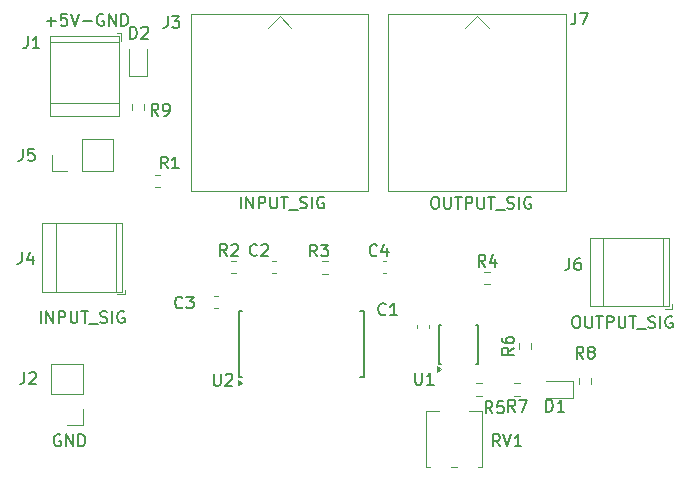
<source format=gbr>
%TF.GenerationSoftware,KiCad,Pcbnew,8.0.1*%
%TF.CreationDate,2024-06-13T00:26:55+02:00*%
%TF.ProjectId,CFT,4346542e-6b69-4636-9164-5f7063625858,rev?*%
%TF.SameCoordinates,PX52e4ef2PY60c692e*%
%TF.FileFunction,Legend,Top*%
%TF.FilePolarity,Positive*%
%FSLAX46Y46*%
G04 Gerber Fmt 4.6, Leading zero omitted, Abs format (unit mm)*
G04 Created by KiCad (PCBNEW 8.0.1) date 2024-06-13 00:26:55*
%MOMM*%
%LPD*%
G01*
G04 APERTURE LIST*
%ADD10C,0.150000*%
%ADD11C,0.120000*%
G04 APERTURE END LIST*
D10*
X4800588Y4282562D02*
X4705350Y4330181D01*
X4705350Y4330181D02*
X4562493Y4330181D01*
X4562493Y4330181D02*
X4419636Y4282562D01*
X4419636Y4282562D02*
X4324398Y4187324D01*
X4324398Y4187324D02*
X4276779Y4092086D01*
X4276779Y4092086D02*
X4229160Y3901610D01*
X4229160Y3901610D02*
X4229160Y3758753D01*
X4229160Y3758753D02*
X4276779Y3568277D01*
X4276779Y3568277D02*
X4324398Y3473039D01*
X4324398Y3473039D02*
X4419636Y3377800D01*
X4419636Y3377800D02*
X4562493Y3330181D01*
X4562493Y3330181D02*
X4657731Y3330181D01*
X4657731Y3330181D02*
X4800588Y3377800D01*
X4800588Y3377800D02*
X4848207Y3425420D01*
X4848207Y3425420D02*
X4848207Y3758753D01*
X4848207Y3758753D02*
X4657731Y3758753D01*
X5276779Y3330181D02*
X5276779Y4330181D01*
X5276779Y4330181D02*
X5848207Y3330181D01*
X5848207Y3330181D02*
X5848207Y4330181D01*
X6324398Y3330181D02*
X6324398Y4330181D01*
X6324398Y4330181D02*
X6562493Y4330181D01*
X6562493Y4330181D02*
X6705350Y4282562D01*
X6705350Y4282562D02*
X6800588Y4187324D01*
X6800588Y4187324D02*
X6848207Y4092086D01*
X6848207Y4092086D02*
X6895826Y3901610D01*
X6895826Y3901610D02*
X6895826Y3758753D01*
X6895826Y3758753D02*
X6848207Y3568277D01*
X6848207Y3568277D02*
X6800588Y3473039D01*
X6800588Y3473039D02*
X6705350Y3377800D01*
X6705350Y3377800D02*
X6562493Y3330181D01*
X6562493Y3330181D02*
X6324398Y3330181D01*
X20046779Y23460181D02*
X20046779Y24460181D01*
X20522969Y23460181D02*
X20522969Y24460181D01*
X20522969Y24460181D02*
X21094397Y23460181D01*
X21094397Y23460181D02*
X21094397Y24460181D01*
X21570588Y23460181D02*
X21570588Y24460181D01*
X21570588Y24460181D02*
X21951540Y24460181D01*
X21951540Y24460181D02*
X22046778Y24412562D01*
X22046778Y24412562D02*
X22094397Y24364943D01*
X22094397Y24364943D02*
X22142016Y24269705D01*
X22142016Y24269705D02*
X22142016Y24126848D01*
X22142016Y24126848D02*
X22094397Y24031610D01*
X22094397Y24031610D02*
X22046778Y23983991D01*
X22046778Y23983991D02*
X21951540Y23936372D01*
X21951540Y23936372D02*
X21570588Y23936372D01*
X22570588Y24460181D02*
X22570588Y23650658D01*
X22570588Y23650658D02*
X22618207Y23555420D01*
X22618207Y23555420D02*
X22665826Y23507800D01*
X22665826Y23507800D02*
X22761064Y23460181D01*
X22761064Y23460181D02*
X22951540Y23460181D01*
X22951540Y23460181D02*
X23046778Y23507800D01*
X23046778Y23507800D02*
X23094397Y23555420D01*
X23094397Y23555420D02*
X23142016Y23650658D01*
X23142016Y23650658D02*
X23142016Y24460181D01*
X23475350Y24460181D02*
X24046778Y24460181D01*
X23761064Y23460181D02*
X23761064Y24460181D01*
X24142017Y23364943D02*
X24903921Y23364943D01*
X25094398Y23507800D02*
X25237255Y23460181D01*
X25237255Y23460181D02*
X25475350Y23460181D01*
X25475350Y23460181D02*
X25570588Y23507800D01*
X25570588Y23507800D02*
X25618207Y23555420D01*
X25618207Y23555420D02*
X25665826Y23650658D01*
X25665826Y23650658D02*
X25665826Y23745896D01*
X25665826Y23745896D02*
X25618207Y23841134D01*
X25618207Y23841134D02*
X25570588Y23888753D01*
X25570588Y23888753D02*
X25475350Y23936372D01*
X25475350Y23936372D02*
X25284874Y23983991D01*
X25284874Y23983991D02*
X25189636Y24031610D01*
X25189636Y24031610D02*
X25142017Y24079229D01*
X25142017Y24079229D02*
X25094398Y24174467D01*
X25094398Y24174467D02*
X25094398Y24269705D01*
X25094398Y24269705D02*
X25142017Y24364943D01*
X25142017Y24364943D02*
X25189636Y24412562D01*
X25189636Y24412562D02*
X25284874Y24460181D01*
X25284874Y24460181D02*
X25522969Y24460181D01*
X25522969Y24460181D02*
X25665826Y24412562D01*
X26094398Y23460181D02*
X26094398Y24460181D01*
X27094397Y24412562D02*
X26999159Y24460181D01*
X26999159Y24460181D02*
X26856302Y24460181D01*
X26856302Y24460181D02*
X26713445Y24412562D01*
X26713445Y24412562D02*
X26618207Y24317324D01*
X26618207Y24317324D02*
X26570588Y24222086D01*
X26570588Y24222086D02*
X26522969Y24031610D01*
X26522969Y24031610D02*
X26522969Y23888753D01*
X26522969Y23888753D02*
X26570588Y23698277D01*
X26570588Y23698277D02*
X26618207Y23603039D01*
X26618207Y23603039D02*
X26713445Y23507800D01*
X26713445Y23507800D02*
X26856302Y23460181D01*
X26856302Y23460181D02*
X26951540Y23460181D01*
X26951540Y23460181D02*
X27094397Y23507800D01*
X27094397Y23507800D02*
X27142016Y23555420D01*
X27142016Y23555420D02*
X27142016Y23888753D01*
X27142016Y23888753D02*
X26951540Y23888753D01*
X3626779Y39311134D02*
X4388684Y39311134D01*
X4007731Y38930181D02*
X4007731Y39692086D01*
X5341064Y39930181D02*
X4864874Y39930181D01*
X4864874Y39930181D02*
X4817255Y39453991D01*
X4817255Y39453991D02*
X4864874Y39501610D01*
X4864874Y39501610D02*
X4960112Y39549229D01*
X4960112Y39549229D02*
X5198207Y39549229D01*
X5198207Y39549229D02*
X5293445Y39501610D01*
X5293445Y39501610D02*
X5341064Y39453991D01*
X5341064Y39453991D02*
X5388683Y39358753D01*
X5388683Y39358753D02*
X5388683Y39120658D01*
X5388683Y39120658D02*
X5341064Y39025420D01*
X5341064Y39025420D02*
X5293445Y38977800D01*
X5293445Y38977800D02*
X5198207Y38930181D01*
X5198207Y38930181D02*
X4960112Y38930181D01*
X4960112Y38930181D02*
X4864874Y38977800D01*
X4864874Y38977800D02*
X4817255Y39025420D01*
X5674398Y39930181D02*
X6007731Y38930181D01*
X6007731Y38930181D02*
X6341064Y39930181D01*
X6674398Y39311134D02*
X7436303Y39311134D01*
X8436302Y39882562D02*
X8341064Y39930181D01*
X8341064Y39930181D02*
X8198207Y39930181D01*
X8198207Y39930181D02*
X8055350Y39882562D01*
X8055350Y39882562D02*
X7960112Y39787324D01*
X7960112Y39787324D02*
X7912493Y39692086D01*
X7912493Y39692086D02*
X7864874Y39501610D01*
X7864874Y39501610D02*
X7864874Y39358753D01*
X7864874Y39358753D02*
X7912493Y39168277D01*
X7912493Y39168277D02*
X7960112Y39073039D01*
X7960112Y39073039D02*
X8055350Y38977800D01*
X8055350Y38977800D02*
X8198207Y38930181D01*
X8198207Y38930181D02*
X8293445Y38930181D01*
X8293445Y38930181D02*
X8436302Y38977800D01*
X8436302Y38977800D02*
X8483921Y39025420D01*
X8483921Y39025420D02*
X8483921Y39358753D01*
X8483921Y39358753D02*
X8293445Y39358753D01*
X8912493Y38930181D02*
X8912493Y39930181D01*
X8912493Y39930181D02*
X9483921Y38930181D01*
X9483921Y38930181D02*
X9483921Y39930181D01*
X9960112Y38930181D02*
X9960112Y39930181D01*
X9960112Y39930181D02*
X10198207Y39930181D01*
X10198207Y39930181D02*
X10341064Y39882562D01*
X10341064Y39882562D02*
X10436302Y39787324D01*
X10436302Y39787324D02*
X10483921Y39692086D01*
X10483921Y39692086D02*
X10531540Y39501610D01*
X10531540Y39501610D02*
X10531540Y39358753D01*
X10531540Y39358753D02*
X10483921Y39168277D01*
X10483921Y39168277D02*
X10436302Y39073039D01*
X10436302Y39073039D02*
X10341064Y38977800D01*
X10341064Y38977800D02*
X10198207Y38930181D01*
X10198207Y38930181D02*
X9960112Y38930181D01*
X3126779Y13770181D02*
X3126779Y14770181D01*
X3602969Y13770181D02*
X3602969Y14770181D01*
X3602969Y14770181D02*
X4174397Y13770181D01*
X4174397Y13770181D02*
X4174397Y14770181D01*
X4650588Y13770181D02*
X4650588Y14770181D01*
X4650588Y14770181D02*
X5031540Y14770181D01*
X5031540Y14770181D02*
X5126778Y14722562D01*
X5126778Y14722562D02*
X5174397Y14674943D01*
X5174397Y14674943D02*
X5222016Y14579705D01*
X5222016Y14579705D02*
X5222016Y14436848D01*
X5222016Y14436848D02*
X5174397Y14341610D01*
X5174397Y14341610D02*
X5126778Y14293991D01*
X5126778Y14293991D02*
X5031540Y14246372D01*
X5031540Y14246372D02*
X4650588Y14246372D01*
X5650588Y14770181D02*
X5650588Y13960658D01*
X5650588Y13960658D02*
X5698207Y13865420D01*
X5698207Y13865420D02*
X5745826Y13817800D01*
X5745826Y13817800D02*
X5841064Y13770181D01*
X5841064Y13770181D02*
X6031540Y13770181D01*
X6031540Y13770181D02*
X6126778Y13817800D01*
X6126778Y13817800D02*
X6174397Y13865420D01*
X6174397Y13865420D02*
X6222016Y13960658D01*
X6222016Y13960658D02*
X6222016Y14770181D01*
X6555350Y14770181D02*
X7126778Y14770181D01*
X6841064Y13770181D02*
X6841064Y14770181D01*
X7222017Y13674943D02*
X7983921Y13674943D01*
X8174398Y13817800D02*
X8317255Y13770181D01*
X8317255Y13770181D02*
X8555350Y13770181D01*
X8555350Y13770181D02*
X8650588Y13817800D01*
X8650588Y13817800D02*
X8698207Y13865420D01*
X8698207Y13865420D02*
X8745826Y13960658D01*
X8745826Y13960658D02*
X8745826Y14055896D01*
X8745826Y14055896D02*
X8698207Y14151134D01*
X8698207Y14151134D02*
X8650588Y14198753D01*
X8650588Y14198753D02*
X8555350Y14246372D01*
X8555350Y14246372D02*
X8364874Y14293991D01*
X8364874Y14293991D02*
X8269636Y14341610D01*
X8269636Y14341610D02*
X8222017Y14389229D01*
X8222017Y14389229D02*
X8174398Y14484467D01*
X8174398Y14484467D02*
X8174398Y14579705D01*
X8174398Y14579705D02*
X8222017Y14674943D01*
X8222017Y14674943D02*
X8269636Y14722562D01*
X8269636Y14722562D02*
X8364874Y14770181D01*
X8364874Y14770181D02*
X8602969Y14770181D01*
X8602969Y14770181D02*
X8745826Y14722562D01*
X9174398Y13770181D02*
X9174398Y14770181D01*
X10174397Y14722562D02*
X10079159Y14770181D01*
X10079159Y14770181D02*
X9936302Y14770181D01*
X9936302Y14770181D02*
X9793445Y14722562D01*
X9793445Y14722562D02*
X9698207Y14627324D01*
X9698207Y14627324D02*
X9650588Y14532086D01*
X9650588Y14532086D02*
X9602969Y14341610D01*
X9602969Y14341610D02*
X9602969Y14198753D01*
X9602969Y14198753D02*
X9650588Y14008277D01*
X9650588Y14008277D02*
X9698207Y13913039D01*
X9698207Y13913039D02*
X9793445Y13817800D01*
X9793445Y13817800D02*
X9936302Y13770181D01*
X9936302Y13770181D02*
X10031540Y13770181D01*
X10031540Y13770181D02*
X10174397Y13817800D01*
X10174397Y13817800D02*
X10222016Y13865420D01*
X10222016Y13865420D02*
X10222016Y14198753D01*
X10222016Y14198753D02*
X10031540Y14198753D01*
X48387255Y14360181D02*
X48577731Y14360181D01*
X48577731Y14360181D02*
X48672969Y14312562D01*
X48672969Y14312562D02*
X48768207Y14217324D01*
X48768207Y14217324D02*
X48815826Y14026848D01*
X48815826Y14026848D02*
X48815826Y13693515D01*
X48815826Y13693515D02*
X48768207Y13503039D01*
X48768207Y13503039D02*
X48672969Y13407800D01*
X48672969Y13407800D02*
X48577731Y13360181D01*
X48577731Y13360181D02*
X48387255Y13360181D01*
X48387255Y13360181D02*
X48292017Y13407800D01*
X48292017Y13407800D02*
X48196779Y13503039D01*
X48196779Y13503039D02*
X48149160Y13693515D01*
X48149160Y13693515D02*
X48149160Y14026848D01*
X48149160Y14026848D02*
X48196779Y14217324D01*
X48196779Y14217324D02*
X48292017Y14312562D01*
X48292017Y14312562D02*
X48387255Y14360181D01*
X49244398Y14360181D02*
X49244398Y13550658D01*
X49244398Y13550658D02*
X49292017Y13455420D01*
X49292017Y13455420D02*
X49339636Y13407800D01*
X49339636Y13407800D02*
X49434874Y13360181D01*
X49434874Y13360181D02*
X49625350Y13360181D01*
X49625350Y13360181D02*
X49720588Y13407800D01*
X49720588Y13407800D02*
X49768207Y13455420D01*
X49768207Y13455420D02*
X49815826Y13550658D01*
X49815826Y13550658D02*
X49815826Y14360181D01*
X50149160Y14360181D02*
X50720588Y14360181D01*
X50434874Y13360181D02*
X50434874Y14360181D01*
X51053922Y13360181D02*
X51053922Y14360181D01*
X51053922Y14360181D02*
X51434874Y14360181D01*
X51434874Y14360181D02*
X51530112Y14312562D01*
X51530112Y14312562D02*
X51577731Y14264943D01*
X51577731Y14264943D02*
X51625350Y14169705D01*
X51625350Y14169705D02*
X51625350Y14026848D01*
X51625350Y14026848D02*
X51577731Y13931610D01*
X51577731Y13931610D02*
X51530112Y13883991D01*
X51530112Y13883991D02*
X51434874Y13836372D01*
X51434874Y13836372D02*
X51053922Y13836372D01*
X52053922Y14360181D02*
X52053922Y13550658D01*
X52053922Y13550658D02*
X52101541Y13455420D01*
X52101541Y13455420D02*
X52149160Y13407800D01*
X52149160Y13407800D02*
X52244398Y13360181D01*
X52244398Y13360181D02*
X52434874Y13360181D01*
X52434874Y13360181D02*
X52530112Y13407800D01*
X52530112Y13407800D02*
X52577731Y13455420D01*
X52577731Y13455420D02*
X52625350Y13550658D01*
X52625350Y13550658D02*
X52625350Y14360181D01*
X52958684Y14360181D02*
X53530112Y14360181D01*
X53244398Y13360181D02*
X53244398Y14360181D01*
X53625351Y13264943D02*
X54387255Y13264943D01*
X54577732Y13407800D02*
X54720589Y13360181D01*
X54720589Y13360181D02*
X54958684Y13360181D01*
X54958684Y13360181D02*
X55053922Y13407800D01*
X55053922Y13407800D02*
X55101541Y13455420D01*
X55101541Y13455420D02*
X55149160Y13550658D01*
X55149160Y13550658D02*
X55149160Y13645896D01*
X55149160Y13645896D02*
X55101541Y13741134D01*
X55101541Y13741134D02*
X55053922Y13788753D01*
X55053922Y13788753D02*
X54958684Y13836372D01*
X54958684Y13836372D02*
X54768208Y13883991D01*
X54768208Y13883991D02*
X54672970Y13931610D01*
X54672970Y13931610D02*
X54625351Y13979229D01*
X54625351Y13979229D02*
X54577732Y14074467D01*
X54577732Y14074467D02*
X54577732Y14169705D01*
X54577732Y14169705D02*
X54625351Y14264943D01*
X54625351Y14264943D02*
X54672970Y14312562D01*
X54672970Y14312562D02*
X54768208Y14360181D01*
X54768208Y14360181D02*
X55006303Y14360181D01*
X55006303Y14360181D02*
X55149160Y14312562D01*
X55577732Y13360181D02*
X55577732Y14360181D01*
X56577731Y14312562D02*
X56482493Y14360181D01*
X56482493Y14360181D02*
X56339636Y14360181D01*
X56339636Y14360181D02*
X56196779Y14312562D01*
X56196779Y14312562D02*
X56101541Y14217324D01*
X56101541Y14217324D02*
X56053922Y14122086D01*
X56053922Y14122086D02*
X56006303Y13931610D01*
X56006303Y13931610D02*
X56006303Y13788753D01*
X56006303Y13788753D02*
X56053922Y13598277D01*
X56053922Y13598277D02*
X56101541Y13503039D01*
X56101541Y13503039D02*
X56196779Y13407800D01*
X56196779Y13407800D02*
X56339636Y13360181D01*
X56339636Y13360181D02*
X56434874Y13360181D01*
X56434874Y13360181D02*
X56577731Y13407800D01*
X56577731Y13407800D02*
X56625350Y13455420D01*
X56625350Y13455420D02*
X56625350Y13788753D01*
X56625350Y13788753D02*
X56434874Y13788753D01*
X36427255Y24440181D02*
X36617731Y24440181D01*
X36617731Y24440181D02*
X36712969Y24392562D01*
X36712969Y24392562D02*
X36808207Y24297324D01*
X36808207Y24297324D02*
X36855826Y24106848D01*
X36855826Y24106848D02*
X36855826Y23773515D01*
X36855826Y23773515D02*
X36808207Y23583039D01*
X36808207Y23583039D02*
X36712969Y23487800D01*
X36712969Y23487800D02*
X36617731Y23440181D01*
X36617731Y23440181D02*
X36427255Y23440181D01*
X36427255Y23440181D02*
X36332017Y23487800D01*
X36332017Y23487800D02*
X36236779Y23583039D01*
X36236779Y23583039D02*
X36189160Y23773515D01*
X36189160Y23773515D02*
X36189160Y24106848D01*
X36189160Y24106848D02*
X36236779Y24297324D01*
X36236779Y24297324D02*
X36332017Y24392562D01*
X36332017Y24392562D02*
X36427255Y24440181D01*
X37284398Y24440181D02*
X37284398Y23630658D01*
X37284398Y23630658D02*
X37332017Y23535420D01*
X37332017Y23535420D02*
X37379636Y23487800D01*
X37379636Y23487800D02*
X37474874Y23440181D01*
X37474874Y23440181D02*
X37665350Y23440181D01*
X37665350Y23440181D02*
X37760588Y23487800D01*
X37760588Y23487800D02*
X37808207Y23535420D01*
X37808207Y23535420D02*
X37855826Y23630658D01*
X37855826Y23630658D02*
X37855826Y24440181D01*
X38189160Y24440181D02*
X38760588Y24440181D01*
X38474874Y23440181D02*
X38474874Y24440181D01*
X39093922Y23440181D02*
X39093922Y24440181D01*
X39093922Y24440181D02*
X39474874Y24440181D01*
X39474874Y24440181D02*
X39570112Y24392562D01*
X39570112Y24392562D02*
X39617731Y24344943D01*
X39617731Y24344943D02*
X39665350Y24249705D01*
X39665350Y24249705D02*
X39665350Y24106848D01*
X39665350Y24106848D02*
X39617731Y24011610D01*
X39617731Y24011610D02*
X39570112Y23963991D01*
X39570112Y23963991D02*
X39474874Y23916372D01*
X39474874Y23916372D02*
X39093922Y23916372D01*
X40093922Y24440181D02*
X40093922Y23630658D01*
X40093922Y23630658D02*
X40141541Y23535420D01*
X40141541Y23535420D02*
X40189160Y23487800D01*
X40189160Y23487800D02*
X40284398Y23440181D01*
X40284398Y23440181D02*
X40474874Y23440181D01*
X40474874Y23440181D02*
X40570112Y23487800D01*
X40570112Y23487800D02*
X40617731Y23535420D01*
X40617731Y23535420D02*
X40665350Y23630658D01*
X40665350Y23630658D02*
X40665350Y24440181D01*
X40998684Y24440181D02*
X41570112Y24440181D01*
X41284398Y23440181D02*
X41284398Y24440181D01*
X41665351Y23344943D02*
X42427255Y23344943D01*
X42617732Y23487800D02*
X42760589Y23440181D01*
X42760589Y23440181D02*
X42998684Y23440181D01*
X42998684Y23440181D02*
X43093922Y23487800D01*
X43093922Y23487800D02*
X43141541Y23535420D01*
X43141541Y23535420D02*
X43189160Y23630658D01*
X43189160Y23630658D02*
X43189160Y23725896D01*
X43189160Y23725896D02*
X43141541Y23821134D01*
X43141541Y23821134D02*
X43093922Y23868753D01*
X43093922Y23868753D02*
X42998684Y23916372D01*
X42998684Y23916372D02*
X42808208Y23963991D01*
X42808208Y23963991D02*
X42712970Y24011610D01*
X42712970Y24011610D02*
X42665351Y24059229D01*
X42665351Y24059229D02*
X42617732Y24154467D01*
X42617732Y24154467D02*
X42617732Y24249705D01*
X42617732Y24249705D02*
X42665351Y24344943D01*
X42665351Y24344943D02*
X42712970Y24392562D01*
X42712970Y24392562D02*
X42808208Y24440181D01*
X42808208Y24440181D02*
X43046303Y24440181D01*
X43046303Y24440181D02*
X43189160Y24392562D01*
X43617732Y23440181D02*
X43617732Y24440181D01*
X44617731Y24392562D02*
X44522493Y24440181D01*
X44522493Y24440181D02*
X44379636Y24440181D01*
X44379636Y24440181D02*
X44236779Y24392562D01*
X44236779Y24392562D02*
X44141541Y24297324D01*
X44141541Y24297324D02*
X44093922Y24202086D01*
X44093922Y24202086D02*
X44046303Y24011610D01*
X44046303Y24011610D02*
X44046303Y23868753D01*
X44046303Y23868753D02*
X44093922Y23678277D01*
X44093922Y23678277D02*
X44141541Y23583039D01*
X44141541Y23583039D02*
X44236779Y23487800D01*
X44236779Y23487800D02*
X44379636Y23440181D01*
X44379636Y23440181D02*
X44474874Y23440181D01*
X44474874Y23440181D02*
X44617731Y23487800D01*
X44617731Y23487800D02*
X44665350Y23535420D01*
X44665350Y23535420D02*
X44665350Y23868753D01*
X44665350Y23868753D02*
X44474874Y23868753D01*
X43293333Y6255181D02*
X42960000Y6731372D01*
X42721905Y6255181D02*
X42721905Y7255181D01*
X42721905Y7255181D02*
X43102857Y7255181D01*
X43102857Y7255181D02*
X43198095Y7207562D01*
X43198095Y7207562D02*
X43245714Y7159943D01*
X43245714Y7159943D02*
X43293333Y7064705D01*
X43293333Y7064705D02*
X43293333Y6921848D01*
X43293333Y6921848D02*
X43245714Y6826610D01*
X43245714Y6826610D02*
X43198095Y6778991D01*
X43198095Y6778991D02*
X43102857Y6731372D01*
X43102857Y6731372D02*
X42721905Y6731372D01*
X43626667Y7255181D02*
X44293333Y7255181D01*
X44293333Y7255181D02*
X43864762Y6255181D01*
X40768333Y18535181D02*
X40435000Y19011372D01*
X40196905Y18535181D02*
X40196905Y19535181D01*
X40196905Y19535181D02*
X40577857Y19535181D01*
X40577857Y19535181D02*
X40673095Y19487562D01*
X40673095Y19487562D02*
X40720714Y19439943D01*
X40720714Y19439943D02*
X40768333Y19344705D01*
X40768333Y19344705D02*
X40768333Y19201848D01*
X40768333Y19201848D02*
X40720714Y19106610D01*
X40720714Y19106610D02*
X40673095Y19058991D01*
X40673095Y19058991D02*
X40577857Y19011372D01*
X40577857Y19011372D02*
X40196905Y19011372D01*
X41625476Y19201848D02*
X41625476Y18535181D01*
X41387381Y19582800D02*
X41149286Y18868515D01*
X41149286Y18868515D02*
X41768333Y18868515D01*
X49063333Y10755181D02*
X48730000Y11231372D01*
X48491905Y10755181D02*
X48491905Y11755181D01*
X48491905Y11755181D02*
X48872857Y11755181D01*
X48872857Y11755181D02*
X48968095Y11707562D01*
X48968095Y11707562D02*
X49015714Y11659943D01*
X49015714Y11659943D02*
X49063333Y11564705D01*
X49063333Y11564705D02*
X49063333Y11421848D01*
X49063333Y11421848D02*
X49015714Y11326610D01*
X49015714Y11326610D02*
X48968095Y11278991D01*
X48968095Y11278991D02*
X48872857Y11231372D01*
X48872857Y11231372D02*
X48491905Y11231372D01*
X49634762Y11326610D02*
X49539524Y11374229D01*
X49539524Y11374229D02*
X49491905Y11421848D01*
X49491905Y11421848D02*
X49444286Y11517086D01*
X49444286Y11517086D02*
X49444286Y11564705D01*
X49444286Y11564705D02*
X49491905Y11659943D01*
X49491905Y11659943D02*
X49539524Y11707562D01*
X49539524Y11707562D02*
X49634762Y11755181D01*
X49634762Y11755181D02*
X49825238Y11755181D01*
X49825238Y11755181D02*
X49920476Y11707562D01*
X49920476Y11707562D02*
X49968095Y11659943D01*
X49968095Y11659943D02*
X50015714Y11564705D01*
X50015714Y11564705D02*
X50015714Y11517086D01*
X50015714Y11517086D02*
X49968095Y11421848D01*
X49968095Y11421848D02*
X49920476Y11374229D01*
X49920476Y11374229D02*
X49825238Y11326610D01*
X49825238Y11326610D02*
X49634762Y11326610D01*
X49634762Y11326610D02*
X49539524Y11278991D01*
X49539524Y11278991D02*
X49491905Y11231372D01*
X49491905Y11231372D02*
X49444286Y11136134D01*
X49444286Y11136134D02*
X49444286Y10945658D01*
X49444286Y10945658D02*
X49491905Y10850420D01*
X49491905Y10850420D02*
X49539524Y10802800D01*
X49539524Y10802800D02*
X49634762Y10755181D01*
X49634762Y10755181D02*
X49825238Y10755181D01*
X49825238Y10755181D02*
X49920476Y10802800D01*
X49920476Y10802800D02*
X49968095Y10850420D01*
X49968095Y10850420D02*
X50015714Y10945658D01*
X50015714Y10945658D02*
X50015714Y11136134D01*
X50015714Y11136134D02*
X49968095Y11231372D01*
X49968095Y11231372D02*
X49920476Y11278991D01*
X49920476Y11278991D02*
X49825238Y11326610D01*
X13863333Y26855181D02*
X13530000Y27331372D01*
X13291905Y26855181D02*
X13291905Y27855181D01*
X13291905Y27855181D02*
X13672857Y27855181D01*
X13672857Y27855181D02*
X13768095Y27807562D01*
X13768095Y27807562D02*
X13815714Y27759943D01*
X13815714Y27759943D02*
X13863333Y27664705D01*
X13863333Y27664705D02*
X13863333Y27521848D01*
X13863333Y27521848D02*
X13815714Y27426610D01*
X13815714Y27426610D02*
X13768095Y27378991D01*
X13768095Y27378991D02*
X13672857Y27331372D01*
X13672857Y27331372D02*
X13291905Y27331372D01*
X14815714Y26855181D02*
X14244286Y26855181D01*
X14530000Y26855181D02*
X14530000Y27855181D01*
X14530000Y27855181D02*
X14434762Y27712324D01*
X14434762Y27712324D02*
X14339524Y27617086D01*
X14339524Y27617086D02*
X14244286Y27569467D01*
X32333333Y14520420D02*
X32285714Y14472800D01*
X32285714Y14472800D02*
X32142857Y14425181D01*
X32142857Y14425181D02*
X32047619Y14425181D01*
X32047619Y14425181D02*
X31904762Y14472800D01*
X31904762Y14472800D02*
X31809524Y14568039D01*
X31809524Y14568039D02*
X31761905Y14663277D01*
X31761905Y14663277D02*
X31714286Y14853753D01*
X31714286Y14853753D02*
X31714286Y14996610D01*
X31714286Y14996610D02*
X31761905Y15187086D01*
X31761905Y15187086D02*
X31809524Y15282324D01*
X31809524Y15282324D02*
X31904762Y15377562D01*
X31904762Y15377562D02*
X32047619Y15425181D01*
X32047619Y15425181D02*
X32142857Y15425181D01*
X32142857Y15425181D02*
X32285714Y15377562D01*
X32285714Y15377562D02*
X32333333Y15329943D01*
X33285714Y14425181D02*
X32714286Y14425181D01*
X33000000Y14425181D02*
X33000000Y15425181D01*
X33000000Y15425181D02*
X32904762Y15282324D01*
X32904762Y15282324D02*
X32809524Y15187086D01*
X32809524Y15187086D02*
X32714286Y15139467D01*
X17788095Y9455181D02*
X17788095Y8645658D01*
X17788095Y8645658D02*
X17835714Y8550420D01*
X17835714Y8550420D02*
X17883333Y8502800D01*
X17883333Y8502800D02*
X17978571Y8455181D01*
X17978571Y8455181D02*
X18169047Y8455181D01*
X18169047Y8455181D02*
X18264285Y8502800D01*
X18264285Y8502800D02*
X18311904Y8550420D01*
X18311904Y8550420D02*
X18359523Y8645658D01*
X18359523Y8645658D02*
X18359523Y9455181D01*
X18788095Y9359943D02*
X18835714Y9407562D01*
X18835714Y9407562D02*
X18930952Y9455181D01*
X18930952Y9455181D02*
X19169047Y9455181D01*
X19169047Y9455181D02*
X19264285Y9407562D01*
X19264285Y9407562D02*
X19311904Y9359943D01*
X19311904Y9359943D02*
X19359523Y9264705D01*
X19359523Y9264705D02*
X19359523Y9169467D01*
X19359523Y9169467D02*
X19311904Y9026610D01*
X19311904Y9026610D02*
X18740476Y8455181D01*
X18740476Y8455181D02*
X19359523Y8455181D01*
X13083333Y31325181D02*
X12750000Y31801372D01*
X12511905Y31325181D02*
X12511905Y32325181D01*
X12511905Y32325181D02*
X12892857Y32325181D01*
X12892857Y32325181D02*
X12988095Y32277562D01*
X12988095Y32277562D02*
X13035714Y32229943D01*
X13035714Y32229943D02*
X13083333Y32134705D01*
X13083333Y32134705D02*
X13083333Y31991848D01*
X13083333Y31991848D02*
X13035714Y31896610D01*
X13035714Y31896610D02*
X12988095Y31848991D01*
X12988095Y31848991D02*
X12892857Y31801372D01*
X12892857Y31801372D02*
X12511905Y31801372D01*
X13559524Y31325181D02*
X13750000Y31325181D01*
X13750000Y31325181D02*
X13845238Y31372800D01*
X13845238Y31372800D02*
X13892857Y31420420D01*
X13892857Y31420420D02*
X13988095Y31563277D01*
X13988095Y31563277D02*
X14035714Y31753753D01*
X14035714Y31753753D02*
X14035714Y32134705D01*
X14035714Y32134705D02*
X13988095Y32229943D01*
X13988095Y32229943D02*
X13940476Y32277562D01*
X13940476Y32277562D02*
X13845238Y32325181D01*
X13845238Y32325181D02*
X13654762Y32325181D01*
X13654762Y32325181D02*
X13559524Y32277562D01*
X13559524Y32277562D02*
X13511905Y32229943D01*
X13511905Y32229943D02*
X13464286Y32134705D01*
X13464286Y32134705D02*
X13464286Y31896610D01*
X13464286Y31896610D02*
X13511905Y31801372D01*
X13511905Y31801372D02*
X13559524Y31753753D01*
X13559524Y31753753D02*
X13654762Y31706134D01*
X13654762Y31706134D02*
X13845238Y31706134D01*
X13845238Y31706134D02*
X13940476Y31753753D01*
X13940476Y31753753D02*
X13988095Y31801372D01*
X13988095Y31801372D02*
X14035714Y31896610D01*
X21433333Y19540420D02*
X21385714Y19492800D01*
X21385714Y19492800D02*
X21242857Y19445181D01*
X21242857Y19445181D02*
X21147619Y19445181D01*
X21147619Y19445181D02*
X21004762Y19492800D01*
X21004762Y19492800D02*
X20909524Y19588039D01*
X20909524Y19588039D02*
X20861905Y19683277D01*
X20861905Y19683277D02*
X20814286Y19873753D01*
X20814286Y19873753D02*
X20814286Y20016610D01*
X20814286Y20016610D02*
X20861905Y20207086D01*
X20861905Y20207086D02*
X20909524Y20302324D01*
X20909524Y20302324D02*
X21004762Y20397562D01*
X21004762Y20397562D02*
X21147619Y20445181D01*
X21147619Y20445181D02*
X21242857Y20445181D01*
X21242857Y20445181D02*
X21385714Y20397562D01*
X21385714Y20397562D02*
X21433333Y20349943D01*
X21814286Y20349943D02*
X21861905Y20397562D01*
X21861905Y20397562D02*
X21957143Y20445181D01*
X21957143Y20445181D02*
X22195238Y20445181D01*
X22195238Y20445181D02*
X22290476Y20397562D01*
X22290476Y20397562D02*
X22338095Y20349943D01*
X22338095Y20349943D02*
X22385714Y20254705D01*
X22385714Y20254705D02*
X22385714Y20159467D01*
X22385714Y20159467D02*
X22338095Y20016610D01*
X22338095Y20016610D02*
X21766667Y19445181D01*
X21766667Y19445181D02*
X22385714Y19445181D01*
X26523333Y19395181D02*
X26190000Y19871372D01*
X25951905Y19395181D02*
X25951905Y20395181D01*
X25951905Y20395181D02*
X26332857Y20395181D01*
X26332857Y20395181D02*
X26428095Y20347562D01*
X26428095Y20347562D02*
X26475714Y20299943D01*
X26475714Y20299943D02*
X26523333Y20204705D01*
X26523333Y20204705D02*
X26523333Y20061848D01*
X26523333Y20061848D02*
X26475714Y19966610D01*
X26475714Y19966610D02*
X26428095Y19918991D01*
X26428095Y19918991D02*
X26332857Y19871372D01*
X26332857Y19871372D02*
X25951905Y19871372D01*
X26856667Y20395181D02*
X27475714Y20395181D01*
X27475714Y20395181D02*
X27142381Y20014229D01*
X27142381Y20014229D02*
X27285238Y20014229D01*
X27285238Y20014229D02*
X27380476Y19966610D01*
X27380476Y19966610D02*
X27428095Y19918991D01*
X27428095Y19918991D02*
X27475714Y19823753D01*
X27475714Y19823753D02*
X27475714Y19585658D01*
X27475714Y19585658D02*
X27428095Y19490420D01*
X27428095Y19490420D02*
X27380476Y19442800D01*
X27380476Y19442800D02*
X27285238Y19395181D01*
X27285238Y19395181D02*
X26999524Y19395181D01*
X26999524Y19395181D02*
X26904286Y19442800D01*
X26904286Y19442800D02*
X26856667Y19490420D01*
X15113333Y15100420D02*
X15065714Y15052800D01*
X15065714Y15052800D02*
X14922857Y15005181D01*
X14922857Y15005181D02*
X14827619Y15005181D01*
X14827619Y15005181D02*
X14684762Y15052800D01*
X14684762Y15052800D02*
X14589524Y15148039D01*
X14589524Y15148039D02*
X14541905Y15243277D01*
X14541905Y15243277D02*
X14494286Y15433753D01*
X14494286Y15433753D02*
X14494286Y15576610D01*
X14494286Y15576610D02*
X14541905Y15767086D01*
X14541905Y15767086D02*
X14589524Y15862324D01*
X14589524Y15862324D02*
X14684762Y15957562D01*
X14684762Y15957562D02*
X14827619Y16005181D01*
X14827619Y16005181D02*
X14922857Y16005181D01*
X14922857Y16005181D02*
X15065714Y15957562D01*
X15065714Y15957562D02*
X15113333Y15909943D01*
X15446667Y16005181D02*
X16065714Y16005181D01*
X16065714Y16005181D02*
X15732381Y15624229D01*
X15732381Y15624229D02*
X15875238Y15624229D01*
X15875238Y15624229D02*
X15970476Y15576610D01*
X15970476Y15576610D02*
X16018095Y15528991D01*
X16018095Y15528991D02*
X16065714Y15433753D01*
X16065714Y15433753D02*
X16065714Y15195658D01*
X16065714Y15195658D02*
X16018095Y15100420D01*
X16018095Y15100420D02*
X15970476Y15052800D01*
X15970476Y15052800D02*
X15875238Y15005181D01*
X15875238Y15005181D02*
X15589524Y15005181D01*
X15589524Y15005181D02*
X15494286Y15052800D01*
X15494286Y15052800D02*
X15446667Y15100420D01*
X43174819Y11658334D02*
X42698628Y11325001D01*
X43174819Y11086906D02*
X42174819Y11086906D01*
X42174819Y11086906D02*
X42174819Y11467858D01*
X42174819Y11467858D02*
X42222438Y11563096D01*
X42222438Y11563096D02*
X42270057Y11610715D01*
X42270057Y11610715D02*
X42365295Y11658334D01*
X42365295Y11658334D02*
X42508152Y11658334D01*
X42508152Y11658334D02*
X42603390Y11610715D01*
X42603390Y11610715D02*
X42651009Y11563096D01*
X42651009Y11563096D02*
X42698628Y11467858D01*
X42698628Y11467858D02*
X42698628Y11086906D01*
X42174819Y12515477D02*
X42174819Y12325001D01*
X42174819Y12325001D02*
X42222438Y12229763D01*
X42222438Y12229763D02*
X42270057Y12182144D01*
X42270057Y12182144D02*
X42412914Y12086906D01*
X42412914Y12086906D02*
X42603390Y12039287D01*
X42603390Y12039287D02*
X42984342Y12039287D01*
X42984342Y12039287D02*
X43079580Y12086906D01*
X43079580Y12086906D02*
X43127200Y12134525D01*
X43127200Y12134525D02*
X43174819Y12229763D01*
X43174819Y12229763D02*
X43174819Y12420239D01*
X43174819Y12420239D02*
X43127200Y12515477D01*
X43127200Y12515477D02*
X43079580Y12563096D01*
X43079580Y12563096D02*
X42984342Y12610715D01*
X42984342Y12610715D02*
X42746247Y12610715D01*
X42746247Y12610715D02*
X42651009Y12563096D01*
X42651009Y12563096D02*
X42603390Y12515477D01*
X42603390Y12515477D02*
X42555771Y12420239D01*
X42555771Y12420239D02*
X42555771Y12229763D01*
X42555771Y12229763D02*
X42603390Y12134525D01*
X42603390Y12134525D02*
X42651009Y12086906D01*
X42651009Y12086906D02*
X42746247Y12039287D01*
X10701905Y37835181D02*
X10701905Y38835181D01*
X10701905Y38835181D02*
X10940000Y38835181D01*
X10940000Y38835181D02*
X11082857Y38787562D01*
X11082857Y38787562D02*
X11178095Y38692324D01*
X11178095Y38692324D02*
X11225714Y38597086D01*
X11225714Y38597086D02*
X11273333Y38406610D01*
X11273333Y38406610D02*
X11273333Y38263753D01*
X11273333Y38263753D02*
X11225714Y38073277D01*
X11225714Y38073277D02*
X11178095Y37978039D01*
X11178095Y37978039D02*
X11082857Y37882800D01*
X11082857Y37882800D02*
X10940000Y37835181D01*
X10940000Y37835181D02*
X10701905Y37835181D01*
X11654286Y38739943D02*
X11701905Y38787562D01*
X11701905Y38787562D02*
X11797143Y38835181D01*
X11797143Y38835181D02*
X12035238Y38835181D01*
X12035238Y38835181D02*
X12130476Y38787562D01*
X12130476Y38787562D02*
X12178095Y38739943D01*
X12178095Y38739943D02*
X12225714Y38644705D01*
X12225714Y38644705D02*
X12225714Y38549467D01*
X12225714Y38549467D02*
X12178095Y38406610D01*
X12178095Y38406610D02*
X11606667Y37835181D01*
X11606667Y37835181D02*
X12225714Y37835181D01*
X48396666Y40045181D02*
X48396666Y39330896D01*
X48396666Y39330896D02*
X48349047Y39188039D01*
X48349047Y39188039D02*
X48253809Y39092800D01*
X48253809Y39092800D02*
X48110952Y39045181D01*
X48110952Y39045181D02*
X48015714Y39045181D01*
X48777619Y40045181D02*
X49444285Y40045181D01*
X49444285Y40045181D02*
X49015714Y39045181D01*
X31583333Y19510420D02*
X31535714Y19462800D01*
X31535714Y19462800D02*
X31392857Y19415181D01*
X31392857Y19415181D02*
X31297619Y19415181D01*
X31297619Y19415181D02*
X31154762Y19462800D01*
X31154762Y19462800D02*
X31059524Y19558039D01*
X31059524Y19558039D02*
X31011905Y19653277D01*
X31011905Y19653277D02*
X30964286Y19843753D01*
X30964286Y19843753D02*
X30964286Y19986610D01*
X30964286Y19986610D02*
X31011905Y20177086D01*
X31011905Y20177086D02*
X31059524Y20272324D01*
X31059524Y20272324D02*
X31154762Y20367562D01*
X31154762Y20367562D02*
X31297619Y20415181D01*
X31297619Y20415181D02*
X31392857Y20415181D01*
X31392857Y20415181D02*
X31535714Y20367562D01*
X31535714Y20367562D02*
X31583333Y20319943D01*
X32440476Y20081848D02*
X32440476Y19415181D01*
X32202381Y20462800D02*
X31964286Y19748515D01*
X31964286Y19748515D02*
X32583333Y19748515D01*
X45929405Y6265181D02*
X45929405Y7265181D01*
X45929405Y7265181D02*
X46167500Y7265181D01*
X46167500Y7265181D02*
X46310357Y7217562D01*
X46310357Y7217562D02*
X46405595Y7122324D01*
X46405595Y7122324D02*
X46453214Y7027086D01*
X46453214Y7027086D02*
X46500833Y6836610D01*
X46500833Y6836610D02*
X46500833Y6693753D01*
X46500833Y6693753D02*
X46453214Y6503277D01*
X46453214Y6503277D02*
X46405595Y6408039D01*
X46405595Y6408039D02*
X46310357Y6312800D01*
X46310357Y6312800D02*
X46167500Y6265181D01*
X46167500Y6265181D02*
X45929405Y6265181D01*
X47453214Y6265181D02*
X46881786Y6265181D01*
X47167500Y6265181D02*
X47167500Y7265181D01*
X47167500Y7265181D02*
X47072262Y7122324D01*
X47072262Y7122324D02*
X46977024Y7027086D01*
X46977024Y7027086D02*
X46881786Y6979467D01*
X13866666Y39745181D02*
X13866666Y39030896D01*
X13866666Y39030896D02*
X13819047Y38888039D01*
X13819047Y38888039D02*
X13723809Y38792800D01*
X13723809Y38792800D02*
X13580952Y38745181D01*
X13580952Y38745181D02*
X13485714Y38745181D01*
X14247619Y39745181D02*
X14866666Y39745181D01*
X14866666Y39745181D02*
X14533333Y39364229D01*
X14533333Y39364229D02*
X14676190Y39364229D01*
X14676190Y39364229D02*
X14771428Y39316610D01*
X14771428Y39316610D02*
X14819047Y39268991D01*
X14819047Y39268991D02*
X14866666Y39173753D01*
X14866666Y39173753D02*
X14866666Y38935658D01*
X14866666Y38935658D02*
X14819047Y38840420D01*
X14819047Y38840420D02*
X14771428Y38792800D01*
X14771428Y38792800D02*
X14676190Y38745181D01*
X14676190Y38745181D02*
X14390476Y38745181D01*
X14390476Y38745181D02*
X14295238Y38792800D01*
X14295238Y38792800D02*
X14247619Y38840420D01*
X41373333Y6125181D02*
X41040000Y6601372D01*
X40801905Y6125181D02*
X40801905Y7125181D01*
X40801905Y7125181D02*
X41182857Y7125181D01*
X41182857Y7125181D02*
X41278095Y7077562D01*
X41278095Y7077562D02*
X41325714Y7029943D01*
X41325714Y7029943D02*
X41373333Y6934705D01*
X41373333Y6934705D02*
X41373333Y6791848D01*
X41373333Y6791848D02*
X41325714Y6696610D01*
X41325714Y6696610D02*
X41278095Y6648991D01*
X41278095Y6648991D02*
X41182857Y6601372D01*
X41182857Y6601372D02*
X40801905Y6601372D01*
X42278095Y7125181D02*
X41801905Y7125181D01*
X41801905Y7125181D02*
X41754286Y6648991D01*
X41754286Y6648991D02*
X41801905Y6696610D01*
X41801905Y6696610D02*
X41897143Y6744229D01*
X41897143Y6744229D02*
X42135238Y6744229D01*
X42135238Y6744229D02*
X42230476Y6696610D01*
X42230476Y6696610D02*
X42278095Y6648991D01*
X42278095Y6648991D02*
X42325714Y6553753D01*
X42325714Y6553753D02*
X42325714Y6315658D01*
X42325714Y6315658D02*
X42278095Y6220420D01*
X42278095Y6220420D02*
X42230476Y6172800D01*
X42230476Y6172800D02*
X42135238Y6125181D01*
X42135238Y6125181D02*
X41897143Y6125181D01*
X41897143Y6125181D02*
X41801905Y6172800D01*
X41801905Y6172800D02*
X41754286Y6220420D01*
X2016666Y38035181D02*
X2016666Y37320896D01*
X2016666Y37320896D02*
X1969047Y37178039D01*
X1969047Y37178039D02*
X1873809Y37082800D01*
X1873809Y37082800D02*
X1730952Y37035181D01*
X1730952Y37035181D02*
X1635714Y37035181D01*
X3016666Y37035181D02*
X2445238Y37035181D01*
X2730952Y37035181D02*
X2730952Y38035181D01*
X2730952Y38035181D02*
X2635714Y37892324D01*
X2635714Y37892324D02*
X2540476Y37797086D01*
X2540476Y37797086D02*
X2445238Y37749467D01*
X18883333Y19455181D02*
X18550000Y19931372D01*
X18311905Y19455181D02*
X18311905Y20455181D01*
X18311905Y20455181D02*
X18692857Y20455181D01*
X18692857Y20455181D02*
X18788095Y20407562D01*
X18788095Y20407562D02*
X18835714Y20359943D01*
X18835714Y20359943D02*
X18883333Y20264705D01*
X18883333Y20264705D02*
X18883333Y20121848D01*
X18883333Y20121848D02*
X18835714Y20026610D01*
X18835714Y20026610D02*
X18788095Y19978991D01*
X18788095Y19978991D02*
X18692857Y19931372D01*
X18692857Y19931372D02*
X18311905Y19931372D01*
X19264286Y20359943D02*
X19311905Y20407562D01*
X19311905Y20407562D02*
X19407143Y20455181D01*
X19407143Y20455181D02*
X19645238Y20455181D01*
X19645238Y20455181D02*
X19740476Y20407562D01*
X19740476Y20407562D02*
X19788095Y20359943D01*
X19788095Y20359943D02*
X19835714Y20264705D01*
X19835714Y20264705D02*
X19835714Y20169467D01*
X19835714Y20169467D02*
X19788095Y20026610D01*
X19788095Y20026610D02*
X19216667Y19455181D01*
X19216667Y19455181D02*
X19835714Y19455181D01*
X34828095Y9555181D02*
X34828095Y8745658D01*
X34828095Y8745658D02*
X34875714Y8650420D01*
X34875714Y8650420D02*
X34923333Y8602800D01*
X34923333Y8602800D02*
X35018571Y8555181D01*
X35018571Y8555181D02*
X35209047Y8555181D01*
X35209047Y8555181D02*
X35304285Y8602800D01*
X35304285Y8602800D02*
X35351904Y8650420D01*
X35351904Y8650420D02*
X35399523Y8745658D01*
X35399523Y8745658D02*
X35399523Y9555181D01*
X36399523Y8555181D02*
X35828095Y8555181D01*
X36113809Y8555181D02*
X36113809Y9555181D01*
X36113809Y9555181D02*
X36018571Y9412324D01*
X36018571Y9412324D02*
X35923333Y9317086D01*
X35923333Y9317086D02*
X35828095Y9269467D01*
X42004761Y3325181D02*
X41671428Y3801372D01*
X41433333Y3325181D02*
X41433333Y4325181D01*
X41433333Y4325181D02*
X41814285Y4325181D01*
X41814285Y4325181D02*
X41909523Y4277562D01*
X41909523Y4277562D02*
X41957142Y4229943D01*
X41957142Y4229943D02*
X42004761Y4134705D01*
X42004761Y4134705D02*
X42004761Y3991848D01*
X42004761Y3991848D02*
X41957142Y3896610D01*
X41957142Y3896610D02*
X41909523Y3848991D01*
X41909523Y3848991D02*
X41814285Y3801372D01*
X41814285Y3801372D02*
X41433333Y3801372D01*
X42290476Y4325181D02*
X42623809Y3325181D01*
X42623809Y3325181D02*
X42957142Y4325181D01*
X43814285Y3325181D02*
X43242857Y3325181D01*
X43528571Y3325181D02*
X43528571Y4325181D01*
X43528571Y4325181D02*
X43433333Y4182324D01*
X43433333Y4182324D02*
X43338095Y4087086D01*
X43338095Y4087086D02*
X43242857Y4039467D01*
X1526666Y19765181D02*
X1526666Y19050896D01*
X1526666Y19050896D02*
X1479047Y18908039D01*
X1479047Y18908039D02*
X1383809Y18812800D01*
X1383809Y18812800D02*
X1240952Y18765181D01*
X1240952Y18765181D02*
X1145714Y18765181D01*
X2431428Y19431848D02*
X2431428Y18765181D01*
X2193333Y19812800D02*
X1955238Y19098515D01*
X1955238Y19098515D02*
X2574285Y19098515D01*
X1736666Y9595181D02*
X1736666Y8880896D01*
X1736666Y8880896D02*
X1689047Y8738039D01*
X1689047Y8738039D02*
X1593809Y8642800D01*
X1593809Y8642800D02*
X1450952Y8595181D01*
X1450952Y8595181D02*
X1355714Y8595181D01*
X2165238Y9499943D02*
X2212857Y9547562D01*
X2212857Y9547562D02*
X2308095Y9595181D01*
X2308095Y9595181D02*
X2546190Y9595181D01*
X2546190Y9595181D02*
X2641428Y9547562D01*
X2641428Y9547562D02*
X2689047Y9499943D01*
X2689047Y9499943D02*
X2736666Y9404705D01*
X2736666Y9404705D02*
X2736666Y9309467D01*
X2736666Y9309467D02*
X2689047Y9166610D01*
X2689047Y9166610D02*
X2117619Y8595181D01*
X2117619Y8595181D02*
X2736666Y8595181D01*
X1606666Y28495181D02*
X1606666Y27780896D01*
X1606666Y27780896D02*
X1559047Y27638039D01*
X1559047Y27638039D02*
X1463809Y27542800D01*
X1463809Y27542800D02*
X1320952Y27495181D01*
X1320952Y27495181D02*
X1225714Y27495181D01*
X2559047Y28495181D02*
X2082857Y28495181D01*
X2082857Y28495181D02*
X2035238Y28018991D01*
X2035238Y28018991D02*
X2082857Y28066610D01*
X2082857Y28066610D02*
X2178095Y28114229D01*
X2178095Y28114229D02*
X2416190Y28114229D01*
X2416190Y28114229D02*
X2511428Y28066610D01*
X2511428Y28066610D02*
X2559047Y28018991D01*
X2559047Y28018991D02*
X2606666Y27923753D01*
X2606666Y27923753D02*
X2606666Y27685658D01*
X2606666Y27685658D02*
X2559047Y27590420D01*
X2559047Y27590420D02*
X2511428Y27542800D01*
X2511428Y27542800D02*
X2416190Y27495181D01*
X2416190Y27495181D02*
X2178095Y27495181D01*
X2178095Y27495181D02*
X2082857Y27542800D01*
X2082857Y27542800D02*
X2035238Y27590420D01*
X47886666Y19245181D02*
X47886666Y18530896D01*
X47886666Y18530896D02*
X47839047Y18388039D01*
X47839047Y18388039D02*
X47743809Y18292800D01*
X47743809Y18292800D02*
X47600952Y18245181D01*
X47600952Y18245181D02*
X47505714Y18245181D01*
X48791428Y19245181D02*
X48600952Y19245181D01*
X48600952Y19245181D02*
X48505714Y19197562D01*
X48505714Y19197562D02*
X48458095Y19149943D01*
X48458095Y19149943D02*
X48362857Y19007086D01*
X48362857Y19007086D02*
X48315238Y18816610D01*
X48315238Y18816610D02*
X48315238Y18435658D01*
X48315238Y18435658D02*
X48362857Y18340420D01*
X48362857Y18340420D02*
X48410476Y18292800D01*
X48410476Y18292800D02*
X48505714Y18245181D01*
X48505714Y18245181D02*
X48696190Y18245181D01*
X48696190Y18245181D02*
X48791428Y18292800D01*
X48791428Y18292800D02*
X48839047Y18340420D01*
X48839047Y18340420D02*
X48886666Y18435658D01*
X48886666Y18435658D02*
X48886666Y18673753D01*
X48886666Y18673753D02*
X48839047Y18768991D01*
X48839047Y18768991D02*
X48791428Y18816610D01*
X48791428Y18816610D02*
X48696190Y18864229D01*
X48696190Y18864229D02*
X48505714Y18864229D01*
X48505714Y18864229D02*
X48410476Y18816610D01*
X48410476Y18816610D02*
X48362857Y18768991D01*
X48362857Y18768991D02*
X48315238Y18673753D01*
D11*
%TO.C,R7*%
X43697258Y8662500D02*
X43222742Y8662500D01*
X43697258Y7617500D02*
X43222742Y7617500D01*
%TO.C,R4*%
X40697742Y18082500D02*
X41172258Y18082500D01*
X40697742Y17037500D02*
X41172258Y17037500D01*
%TO.C,R8*%
X48707500Y8597742D02*
X48707500Y9072258D01*
X49752500Y8597742D02*
X49752500Y9072258D01*
%TO.C,R1*%
X12772742Y26292500D02*
X13247258Y26292500D01*
X12772742Y25247500D02*
X13247258Y25247500D01*
%TO.C,C1*%
X34990000Y13585580D02*
X34990000Y13304420D01*
X36010000Y13585580D02*
X36010000Y13304420D01*
D10*
%TO.C,U2*%
X19915000Y14765000D02*
X20190000Y14765000D01*
X19915000Y9215000D02*
X19915000Y14765000D01*
X19915000Y9215000D02*
X20190000Y9215000D01*
X30465000Y14765000D02*
X30190000Y14765000D01*
X30465000Y9215000D02*
X30190000Y9215000D01*
X30465000Y9215000D02*
X30465000Y14765000D01*
D11*
X20190000Y8715000D02*
X19860000Y8475000D01*
X19860000Y8955000D01*
X20190000Y8715000D01*
G36*
X20190000Y8715000D02*
G01*
X19860000Y8475000D01*
X19860000Y8955000D01*
X20190000Y8715000D01*
G37*
%TO.C,R9*%
X10857500Y32307258D02*
X10857500Y31832742D01*
X11902500Y32307258D02*
X11902500Y31832742D01*
%TO.C,C2*%
X22739420Y18990000D02*
X23020580Y18990000D01*
X22739420Y17970000D02*
X23020580Y17970000D01*
%TO.C,R3*%
X26957742Y18992500D02*
X27432258Y18992500D01*
X26957742Y17947500D02*
X27432258Y17947500D01*
%TO.C,C3*%
X18105580Y16060000D02*
X17824420Y16060000D01*
X18105580Y15040000D02*
X17824420Y15040000D01*
%TO.C,R6*%
X43627500Y11587742D02*
X43627500Y12062258D01*
X44672500Y11587742D02*
X44672500Y12062258D01*
%TO.C,D2*%
X10615000Y36982500D02*
X10615000Y34697500D01*
X10615000Y34697500D02*
X12085000Y34697500D01*
X12085000Y34697500D02*
X12085000Y36982500D01*
%TO.C,J7*%
X32560000Y39920000D02*
X47560000Y39920000D01*
X32560000Y24920000D02*
X32560000Y39920000D01*
X40060000Y39720000D02*
X39060000Y38720000D01*
X40060000Y39720000D02*
X41060000Y38720000D01*
X47560000Y39920000D02*
X47560000Y24920000D01*
X47560000Y24920000D02*
X32560000Y24920000D01*
%TO.C,C4*%
X32074420Y18980000D02*
X32355580Y18980000D01*
X32074420Y17960000D02*
X32355580Y17960000D01*
%TO.C,D1*%
X45867500Y7415000D02*
X48152500Y7415000D01*
X48152500Y8885000D02*
X45867500Y8885000D01*
X48152500Y7415000D02*
X48152500Y8885000D01*
%TO.C,J3*%
X15850000Y39930000D02*
X30850000Y39930000D01*
X15850000Y24930000D02*
X15850000Y39930000D01*
X23350000Y39730000D02*
X22350000Y38730000D01*
X23350000Y39730000D02*
X24350000Y38730000D01*
X30850000Y39930000D02*
X30850000Y24930000D01*
X30850000Y24930000D02*
X15850000Y24930000D01*
%TO.C,R5*%
X39987742Y8662500D02*
X40462258Y8662500D01*
X39987742Y7617500D02*
X40462258Y7617500D01*
%TO.C,J1*%
X3940000Y31310000D02*
X3940000Y38050000D01*
X9720000Y38050000D02*
X3940000Y38050000D01*
X9720000Y37530000D02*
X3940000Y37530000D01*
X9720000Y32430000D02*
X3940000Y32430000D01*
X9720000Y31310000D02*
X3940000Y31310000D01*
X9720000Y31310000D02*
X9720000Y38050000D01*
X9960000Y38290000D02*
X9560000Y38290000D01*
X9960000Y37650000D02*
X9960000Y38290000D01*
%TO.C,R2*%
X19202742Y19002500D02*
X19677258Y19002500D01*
X19202742Y17957500D02*
X19677258Y17957500D01*
D10*
%TO.C,U1*%
X36875000Y13575000D02*
X37050000Y13575000D01*
X36875000Y10325000D02*
X36875000Y13575000D01*
X36875000Y10325000D02*
X37050000Y10325000D01*
X39950000Y13575000D02*
X40125000Y13575000D01*
X39950000Y10325000D02*
X40125000Y10325000D01*
X40125000Y10325000D02*
X40125000Y13575000D01*
D11*
X37050000Y9850000D02*
X36720000Y9610000D01*
X36720000Y10090000D01*
X37050000Y9850000D01*
G36*
X37050000Y9850000D02*
G01*
X36720000Y9610000D01*
X36720000Y10090000D01*
X37050000Y9850000D01*
G37*
%TO.C,RV1*%
X35760000Y1580000D02*
X35760000Y6320000D01*
X36070000Y1580000D02*
X35760000Y1580000D01*
X36870000Y6320000D02*
X35760000Y6320000D01*
X38370000Y1580000D02*
X37890000Y1580000D01*
X40500000Y6320000D02*
X39400000Y6320000D01*
X40500000Y1580000D02*
X40190000Y1580000D01*
X40500000Y1580000D02*
X40500000Y6320000D01*
%TO.C,J4*%
X3260000Y22200000D02*
X10000000Y22200000D01*
X3260000Y16420000D02*
X3260000Y22200000D01*
X3260000Y16420000D02*
X10000000Y16420000D01*
X4380000Y16420000D02*
X4380000Y22200000D01*
X9480000Y16420000D02*
X9480000Y22200000D01*
X9600000Y16180000D02*
X10240000Y16180000D01*
X10000000Y16420000D02*
X10000000Y22200000D01*
X10240000Y16180000D02*
X10240000Y16580000D01*
%TO.C,J2*%
X4030000Y7720000D02*
X4030000Y10320000D01*
X6690000Y10320000D02*
X4030000Y10320000D01*
X6690000Y7720000D02*
X4030000Y7720000D01*
X6690000Y7720000D02*
X6690000Y10320000D01*
X6690000Y6450000D02*
X6690000Y5120000D01*
X6690000Y5120000D02*
X5360000Y5120000D01*
%TO.C,J5*%
X4060000Y26660000D02*
X4060000Y27990000D01*
X5390000Y26660000D02*
X4060000Y26660000D01*
X6660000Y29320000D02*
X9260000Y29320000D01*
X6660000Y26660000D02*
X6660000Y29320000D01*
X6660000Y26660000D02*
X9260000Y26660000D01*
X9260000Y26660000D02*
X9260000Y29320000D01*
%TO.C,J6*%
X49610000Y20950000D02*
X56350000Y20950000D01*
X49610000Y15170000D02*
X49610000Y20950000D01*
X49610000Y15170000D02*
X56350000Y15170000D01*
X50730000Y15170000D02*
X50730000Y20950000D01*
X55830000Y15170000D02*
X55830000Y20950000D01*
X55950000Y14930000D02*
X56590000Y14930000D01*
X56350000Y15170000D02*
X56350000Y20950000D01*
X56590000Y14930000D02*
X56590000Y15330000D01*
%TD*%
M02*

</source>
